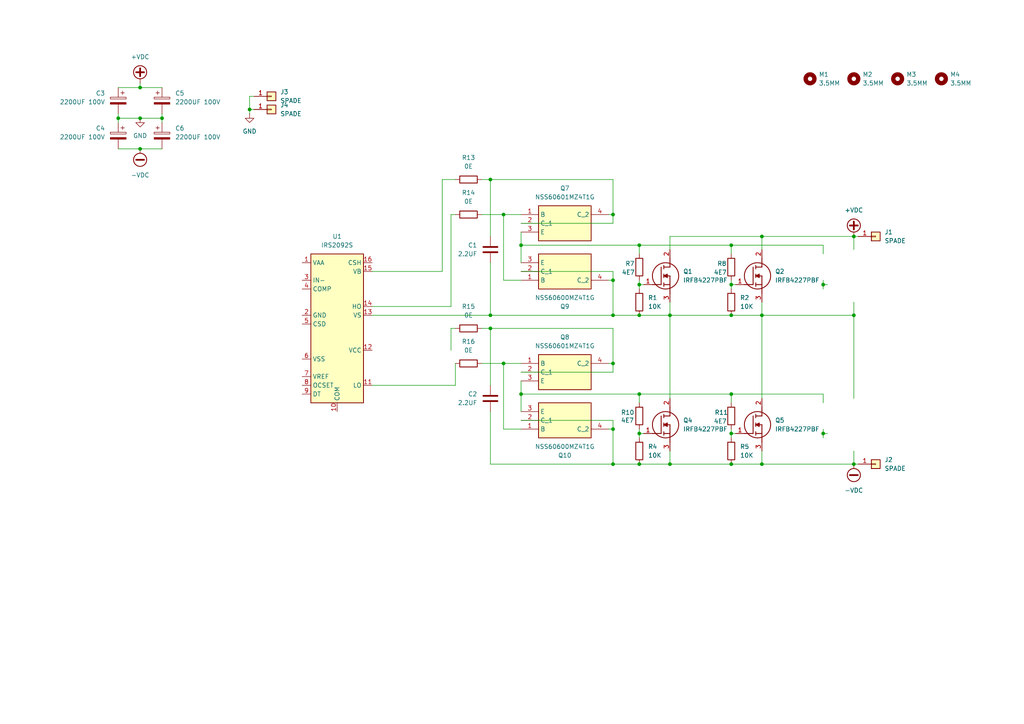
<source format=kicad_sch>
(kicad_sch (version 20250114) (generator "eeschema") (generator_version "9.0")
  (paper "A4")
  (lib_symbols
    (symbol "Amplifier_Audio:IRS2092S"
      (property "Reference" "U" (at 0 26.035 0))
      (property "Value" "IRS2092S" (at 0 24.13 0))
      (symbol "IRS2092S_0_1"
        (rectangle (start -7.62 -20.32) (end 7.62 22.86) (stroke (width 0.254)) (fill (type background)))
      )
      (symbol "IRS2092S_1_1"
        (pin power_in line (at -10.16 20.32 0) (length 2.54) (name "VAA") (number "1"))
        (pin input line (at -10.16 15.24 0) (length 2.54) (name "IN-") (number "3"))
        (pin output line (at -10.16 12.7 0) (length 2.54) (name "COMP") (number "4"))
        (pin power_in line (at -10.16 5.08 0) (length 2.54) (name "GND") (number "2"))
        (pin passive line (at -10.16 2.54 0) (length 2.54) (name "CSD") (number "5"))
        (pin power_in line (at -10.16 -7.62 0) (length 2.54) (name "VSS") (number "6"))
        (pin power_out line (at -10.16 -12.7 0) (length 2.54) (name "VREF") (number "7"))
        (pin passive line (at -10.16 -15.24 0) (length 2.54) (name "OCSET") (number "8"))
        (pin passive line (at -10.16 -17.78 0) (length 2.54) (name "DT") (number "9"))
        (pin power_in line (at 0 -22.86 90) (length 2.54) (name "COM") (number "10"))
        (pin passive line (at 10.16 20.32 180) (length 2.54) (name "CSH") (number "16"))
        (pin power_in line (at 10.16 17.78 180) (length 2.54) (name "VB") (number "15"))
        (pin output line (at 10.16 7.62 180) (length 2.54) (name "HO") (number "14"))
        (pin passive line (at 10.16 5.08 180) (length 2.54) (name "VS") (number "13"))
        (pin power_in line (at 10.16 -5.08 180) (length 2.54) (name "VCC") (number "12"))
        (pin output line (at 10.16 -15.24 180) (length 2.54) (name "LO") (number "11"))
      )
    )
    (symbol "Connector_Generic:Conn_01x01" (pin_names (offset 1.016) (hide yes))
      (property "Reference" "J" (at 0 2.54 0))
      (property "Value" "Conn_01x01" (at 0 -2.54 0))
      (symbol "Conn_01x01_1_1"
        (rectangle (start -1.27 1.27) (end 1.27 -1.27) (stroke (width 0.254)) (fill (type background)))
        (rectangle (start -1.27 0.127) (end 0 -0.127) (stroke (width 0.1524)))
        (pin passive line (at -5.08 0 0) (length 3.81) (name "Pin_1") (number "1"))
      )
    )
    (symbol "Device:C" (pin_numbers (hide yes)) (pin_names (offset 0.254))
      (property "Reference" "C" (at 0.635 2.54 0))
      (property "Value" "C" (at 0.635 -2.54 0))
      (symbol "C_0_1"
        (polyline (pts (xy -2.032 0.762) (xy 2.032 0.762)) (stroke (width 0.508)))
        (polyline (pts (xy -2.032 -0.762) (xy 2.032 -0.762)) (stroke (width 0.508)))
      )
      (symbol "C_1_1"
        (pin passive line (at 0 3.81 270) (length 2.794) (name "~") (number "1"))
        (pin passive line (at 0 -3.81 90) (length 2.794) (name "~") (number "2"))
      )
    )
    (symbol "Device:C_Polarized" (pin_numbers (hide yes)) (pin_names (offset 0.254))
      (property "Reference" "C" (at 0.635 2.54 0))
      (property "Value" "C_Polarized" (at 0.635 -2.54 0))
      (symbol "C_Polarized_0_1"
        (rectangle (start -2.286 0.508) (end 2.286 1.016))
        (polyline (pts (xy -1.778 2.286) (xy -0.762 2.286)))
        (polyline (pts (xy -1.27 2.794) (xy -1.27 1.778)))
        (rectangle (start 2.286 -0.508) (end -2.286 -1.016) (fill (type outline)))
      )
      (symbol "C_Polarized_1_1"
        (pin passive line (at 0 3.81 270) (length 2.794) (name "~") (number "1"))
        (pin passive line (at 0 -3.81 90) (length 2.794) (name "~") (number "2"))
      )
    )
    (symbol "Device:R" (pin_numbers (hide yes)) (pin_names (offset 0))
      (property "Reference" "R" (at 2.032 0 90))
      (property "Value" "R" (at 0 0 90))
      (symbol "R_0_1"
        (rectangle (start -1.016 -2.54) (end 1.016 2.54) (stroke (width 0.254)))
      )
      (symbol "R_1_1"
        (pin passive line (at 0 3.81 270) (length 1.27) (name "~") (number "1"))
        (pin passive line (at 0 -3.81 90) (length 1.27) (name "~") (number "2"))
      )
    )
    (symbol "Mechanical:MountingHole" (pin_names (offset 1.016)) (in_bom no)
      (property "Reference" "H" (at 0 5.08 0))
      (property "Value" "MountingHole" (at 0 3.175 0))
      (symbol "MountingHole_0_1"
        (circle (center 0 0) (radius 1.27) (stroke (width 1.27)))
      )
    )
    (symbol "RUPESH:IRFB4227PBF" (pin_names (hide yes))
      (property "Reference" "Q" (at 11.43 3.81 0))
      (property "Value" "IRFB4227PBF" (at 11.43 1.27 0))
      (symbol "IRFB4227PBF_1_1"
        (polyline (pts (xy 2.54 0) (xy 5.08 0)) (stroke (width 0.254)))
        (polyline (pts (xy 5.08 5.08) (xy 5.08 0)) (stroke (width 0.254)))
        (polyline (pts (xy 5.842 5.588) (xy 5.842 4.572)) (stroke (width 0.254)))
        (polyline (pts (xy 5.842 2.54) (xy 6.858 3.048) (xy 6.858 2.032) (xy 5.842 2.54)) (stroke (width 0.254)) (fill (type outline)))
        (polyline (pts (xy 5.842 2.032) (xy 5.842 3.048)) (stroke (width 0.254)))
        (polyline (pts (xy 5.842 0) (xy 7.62 0)) (stroke (width 0.254)))
        (polyline (pts (xy 5.842 -0.508) (xy 5.842 0.508)) (stroke (width 0.254)))
        (circle (center 6.35 2.54) (radius 3.81) (stroke (width 0.254)))
        (polyline (pts (xy 7.62 5.08) (xy 5.842 5.08)) (stroke (width 0.254)))
        (polyline (pts (xy 7.62 5.08) (xy 7.62 7.62)) (stroke (width 0.254)))
        (polyline (pts (xy 7.62 2.54) (xy 5.842 2.54)) (stroke (width 0.254)))
        (polyline (pts (xy 7.62 2.54) (xy 7.62 -2.54)) (stroke (width 0.254)))
        (pin passive line (at 0 0 0) (length 2.54) (name "G") (number "1"))
        (pin passive line (at 7.62 10.16 270) (length 2.54) (name "D") (number "2"))
        (pin passive line (at 7.62 -5.08 90) (length 2.54) (name "S") (number "3"))
      )
    )
    (symbol "RUPESH:NSS60600MZ4T1G"
      (property "Reference" "Q" (at 21.59 7.62 0))
      (property "Value" "NSS60600MZ4T1G" (at 21.59 5.08 0))
      (symbol "NSS60600MZ4T1G_1_1"
        (rectangle (start 5.08 2.54) (end 20.32 -7.62) (stroke (width 0.254)) (fill (type background)))
        (pin passive line (at 0 0 0) (length 5.08) (name "B") (number "1"))
        (pin passive line (at 0 -2.54 0) (length 5.08) (name "C_1") (number "2"))
        (pin passive line (at 0 -5.08 0) (length 5.08) (name "E") (number "3"))
        (pin passive line (at 25.4 0 180) (length 5.08) (name "C_2") (number "4"))
      )
    )
    (symbol "RUPESH:NSS60601MZ4T1G"
      (property "Reference" "Q" (at 21.59 7.62 0))
      (property "Value" "NSS60601MZ4T1G" (at 21.59 5.08 0))
      (symbol "NSS60601MZ4T1G_1_1"
        (rectangle (start 5.08 2.54) (end 20.32 -7.62) (stroke (width 0.254)) (fill (type background)))
        (pin passive line (at 0 0 0) (length 5.08) (name "B") (number "1"))
        (pin passive line (at 0 -2.54 0) (length 5.08) (name "C_1") (number "2"))
        (pin passive line (at 0 -5.08 0) (length 5.08) (name "E") (number "3"))
        (pin passive line (at 25.4 0 180) (length 5.08) (name "C_2") (number "4"))
      )
    )
    (symbol "power:+VDC" (power) (pin_numbers (hide yes)) (pin_names (offset 0) (hide yes))
      (property "Value" "+VDC" (at 0 6.35 0))
      (symbol "+VDC_0_1"
        (polyline (pts (xy -1.143 3.175) (xy 1.143 3.175)) (stroke (width 0.508)))
        (circle (center 0 3.175) (radius 1.905) (stroke (width 0.254)))
        (polyline (pts (xy 0 2.032) (xy 0 4.318)) (stroke (width 0.508)))
        (polyline (pts (xy 0 0) (xy 0 1.27)))
      )
      (symbol "+VDC_1_1"
        (pin power_in line (at 0 0 90) (length 0) (name "~") (number "1"))
      )
    )
    (symbol "power:-VDC" (power) (pin_numbers (hide yes)) (pin_names (offset 0) (hide yes))
      (property "Value" "-VDC" (at 0 6.35 0))
      (symbol "-VDC_0_1"
        (polyline (pts (xy -1.143 3.175) (xy 1.143 3.175)) (stroke (width 0.508)))
        (circle (center 0 3.175) (radius 1.905) (stroke (width 0.254)))
        (polyline (pts (xy 0 0) (xy 0 1.27)))
      )
      (symbol "-VDC_1_1"
        (pin power_in line (at 0 0 90) (length 0) (name "~") (number "1"))
      )
    )
    (symbol "power:GND" (power) (pin_numbers (hide yes)) (pin_names (offset 0) (hide yes))
      (property "Value" "GND" (at 0 -3.81 0))
      (symbol "GND_0_1"
        (polyline (pts (xy 0 0) (xy 0 -1.27) (xy 1.27 -1.27) (xy 0 -2.54) (xy -1.27 -1.27) (xy 0 -1.27)))
      )
      (symbol "GND_1_1"
        (pin power_in line (at 0 0 270) (length 0) (name "~") (number "1"))
      )
    )
  )
  (junction (at 220.98 68.58))
  (junction (at 142.24 91.44))
  (junction (at 151.13 114.3))
  (junction (at 185.42 134.62))
  (junction (at 212.09 91.44))
  (junction (at 247.65 91.44))
  (junction (at 46.99 34.29))
  (junction (at 146.05 105.41))
  (junction (at 177.8 91.44))
  (junction (at 212.09 71.12))
  (junction (at 34.29 34.29))
  (junction (at 40.64 43.18))
  (junction (at 212.09 134.62))
  (junction (at 142.24 95.25))
  (junction (at 247.65 68.58))
  (junction (at 177.8 134.62))
  (junction (at 247.65 134.62))
  (junction (at 177.8 62.23))
  (junction (at 185.42 125.73))
  (junction (at 194.31 91.44))
  (junction (at 185.42 82.55))
  (junction (at 151.13 71.12))
  (junction (at 185.42 71.12))
  (junction (at 146.05 62.23))
  (junction (at 177.8 105.41))
  (junction (at 194.31 134.62))
  (junction (at 177.8 81.28))
  (junction (at 185.42 91.44))
  (junction (at 238.76 82.55))
  (junction (at 72.39 31.75))
  (junction (at 238.76 125.73))
  (junction (at 212.09 125.73))
  (junction (at 220.98 134.62))
  (junction (at 177.8 124.46))
  (junction (at 185.42 114.3))
  (junction (at 212.09 82.55))
  (junction (at 40.64 34.29))
  (junction (at 40.64 25.4))
  (junction (at 220.98 91.44))
  (junction (at 212.09 114.3))
  (junction (at 142.24 52.07))
  (wire (pts (xy 185.42 73.66) (xy 185.42 71.12)))
  (wire (pts (xy 247.65 91.44) (xy 247.65 87.63)))
  (wire (pts (xy 34.29 25.4) (xy 40.64 25.4)))
  (wire (pts (xy 130.81 95.25) (xy 132.08 95.25)))
  (wire (pts (xy 185.42 134.62) (xy 194.31 134.62)))
  (wire (pts (xy 177.8 78.74) (xy 177.8 81.28)))
  (wire (pts (xy 220.98 134.62) (xy 247.65 134.62)))
  (wire (pts (xy 142.24 119.38) (xy 142.24 134.62)))
  (wire (pts (xy 72.39 31.75) (xy 73.66 31.75)))
  (wire (pts (xy 40.64 25.4) (xy 46.99 25.4)))
  (wire (pts (xy 151.13 71.12) (xy 185.42 71.12)))
  (wire (pts (xy 107.95 88.9) (xy 130.81 88.9)))
  (wire (pts (xy 142.24 52.07) (xy 177.8 52.07)))
  (wire (pts (xy 194.31 91.44) (xy 194.31 115.57)))
  (wire (pts (xy 220.98 68.58) (xy 220.98 72.39)))
  (wire (pts (xy 151.13 107.95) (xy 177.8 107.95)))
  (wire (pts (xy 40.64 24.13) (xy 40.64 25.4)))
  (wire (pts (xy 185.42 127) (xy 185.42 125.73)))
  (wire (pts (xy 238.76 81.28) (xy 238.76 82.55)))
  (wire (pts (xy 107.95 91.44) (xy 142.24 91.44)))
  (wire (pts (xy 185.42 82.55) (xy 186.69 82.55)))
  (wire (pts (xy 238.76 114.3) (xy 238.76 116.84)))
  (wire (pts (xy 194.31 91.44) (xy 194.31 87.63)))
  (wire (pts (xy 142.24 111.76) (xy 142.24 95.25)))
  (wire (pts (xy 151.13 114.3) (xy 185.42 114.3)))
  (wire (pts (xy 185.42 83.82) (xy 185.42 82.55)))
  (wire (pts (xy 185.42 71.12) (xy 212.09 71.12)))
  (wire (pts (xy 72.39 33.02) (xy 72.39 31.75)))
  (wire (pts (xy 46.99 33.02) (xy 46.99 34.29)))
  (wire (pts (xy 177.8 124.46) (xy 176.53 124.46)))
  (wire (pts (xy 212.09 114.3) (xy 212.09 116.84)))
  (wire (pts (xy 151.13 71.12) (xy 151.13 76.2)))
  (wire (pts (xy 132.08 111.76) (xy 132.08 105.41)))
  (wire (pts (xy 212.09 134.62) (xy 220.98 134.62)))
  (wire (pts (xy 139.7 62.23) (xy 146.05 62.23)))
  (wire (pts (xy 185.42 125.73) (xy 186.69 125.73)))
  (wire (pts (xy 177.8 134.62) (xy 185.42 134.62)))
  (wire (pts (xy 139.7 95.25) (xy 142.24 95.25)))
  (wire (pts (xy 142.24 91.44) (xy 177.8 91.44)))
  (wire (pts (xy 146.05 124.46) (xy 151.13 124.46)))
  (wire (pts (xy 212.09 125.73) (xy 213.36 125.73)))
  (wire (pts (xy 142.24 68.58) (xy 142.24 52.07)))
  (wire (pts (xy 212.09 91.44) (xy 220.98 91.44)))
  (wire (pts (xy 212.09 114.3) (xy 238.76 114.3)))
  (wire (pts (xy 185.42 81.28) (xy 185.42 82.55)))
  (wire (pts (xy 177.8 91.44) (xy 177.8 81.28)))
  (wire (pts (xy 107.95 111.76) (xy 132.08 111.76)))
  (wire (pts (xy 142.24 95.25) (xy 177.8 95.25)))
  (wire (pts (xy 130.81 62.23) (xy 132.08 62.23)))
  (wire (pts (xy 151.13 81.28) (xy 146.05 81.28)))
  (wire (pts (xy 220.98 91.44) (xy 220.98 115.57)))
  (wire (pts (xy 238.76 127) (xy 238.76 125.73)))
  (wire (pts (xy 194.31 134.62) (xy 212.09 134.62)))
  (wire (pts (xy 247.65 91.44) (xy 247.65 115.57)))
  (wire (pts (xy 238.76 71.12) (xy 238.76 73.66)))
  (wire (pts (xy 151.13 121.92) (xy 177.8 121.92)))
  (wire (pts (xy 139.7 52.07) (xy 142.24 52.07)))
  (wire (pts (xy 177.8 52.07) (xy 177.8 62.23)))
  (wire (pts (xy 146.05 81.28) (xy 146.05 62.23)))
  (wire (pts (xy 40.64 34.29) (xy 46.99 34.29)))
  (wire (pts (xy 128.27 52.07) (xy 132.08 52.07)))
  (wire (pts (xy 220.98 68.58) (xy 247.65 68.58)))
  (wire (pts (xy 185.42 114.3) (xy 212.09 114.3)))
  (wire (pts (xy 238.76 82.55) (xy 240.03 82.55)))
  (wire (pts (xy 177.8 81.28) (xy 176.53 81.28)))
  (wire (pts (xy 151.13 78.74) (xy 177.8 78.74)))
  (wire (pts (xy 177.8 107.95) (xy 177.8 105.41)))
  (wire (pts (xy 212.09 124.46) (xy 212.09 125.73)))
  (wire (pts (xy 238.76 83.82) (xy 238.76 82.55)))
  (wire (pts (xy 194.31 130.81) (xy 194.31 134.62)))
  (wire (pts (xy 151.13 67.31) (xy 151.13 71.12)))
  (wire (pts (xy 151.13 105.41) (xy 146.05 105.41)))
  (wire (pts (xy 177.8 91.44) (xy 185.42 91.44)))
  (wire (pts (xy 107.95 78.74) (xy 128.27 78.74)))
  (wire (pts (xy 34.29 34.29) (xy 40.64 34.29)))
  (wire (pts (xy 72.39 27.94) (xy 72.39 31.75)))
  (wire (pts (xy 34.29 34.29) (xy 34.29 35.56)))
  (wire (pts (xy 220.98 91.44) (xy 220.98 87.63)))
  (wire (pts (xy 142.24 134.62) (xy 177.8 134.62)))
  (wire (pts (xy 177.8 134.62) (xy 177.8 124.46)))
  (wire (pts (xy 151.13 110.49) (xy 151.13 114.3)))
  (wire (pts (xy 248.92 134.62) (xy 247.65 134.62)))
  (wire (pts (xy 185.42 124.46) (xy 185.42 125.73)))
  (wire (pts (xy 212.09 82.55) (xy 213.36 82.55)))
  (wire (pts (xy 177.8 62.23) (xy 176.53 62.23)))
  (wire (pts (xy 194.31 91.44) (xy 212.09 91.44)))
  (wire (pts (xy 146.05 62.23) (xy 151.13 62.23)))
  (wire (pts (xy 34.29 43.18) (xy 40.64 43.18)))
  (wire (pts (xy 212.09 71.12) (xy 212.09 73.66)))
  (wire (pts (xy 151.13 64.77) (xy 177.8 64.77)))
  (wire (pts (xy 220.98 91.44) (xy 247.65 91.44)))
  (wire (pts (xy 212.09 81.28) (xy 212.09 82.55)))
  (wire (pts (xy 185.42 91.44) (xy 194.31 91.44)))
  (wire (pts (xy 46.99 34.29) (xy 46.99 35.56)))
  (wire (pts (xy 146.05 105.41) (xy 146.05 124.46)))
  (wire (pts (xy 238.76 124.46) (xy 238.76 125.73)))
  (wire (pts (xy 220.98 130.81) (xy 220.98 134.62)))
  (wire (pts (xy 34.29 33.02) (xy 34.29 34.29)))
  (wire (pts (xy 212.09 127) (xy 212.09 125.73)))
  (wire (pts (xy 238.76 125.73) (xy 240.03 125.73)))
  (wire (pts (xy 73.66 27.94) (xy 72.39 27.94)))
  (wire (pts (xy 247.65 130.81) (xy 247.65 134.62)))
  (wire (pts (xy 212.09 71.12) (xy 238.76 71.12)))
  (wire (pts (xy 151.13 114.3) (xy 151.13 119.38)))
  (wire (pts (xy 185.42 114.3) (xy 185.42 116.84)))
  (wire (pts (xy 248.92 68.58) (xy 247.65 68.58)))
  (wire (pts (xy 130.81 101.6) (xy 130.81 95.25)))
  (wire (pts (xy 40.64 43.18) (xy 46.99 43.18)))
  (wire (pts (xy 194.31 68.58) (xy 220.98 68.58)))
  (wire (pts (xy 142.24 76.2) (xy 142.24 91.44)))
  (wire (pts (xy 177.8 105.41) (xy 176.53 105.41)))
  (wire (pts (xy 194.31 72.39) (xy 194.31 68.58)))
  (wire (pts (xy 130.81 88.9) (xy 130.81 62.23)))
  (wire (pts (xy 139.7 105.41) (xy 146.05 105.41)))
  (wire (pts (xy 212.09 83.82) (xy 212.09 82.55)))
  (wire (pts (xy 247.65 68.58) (xy 247.65 72.39)))
  (wire (pts (xy 177.8 121.92) (xy 177.8 124.46)))
  (wire (pts (xy 177.8 95.25) (xy 177.8 105.41)))
  (wire (pts (xy 128.27 78.74) (xy 128.27 52.07)))
  (wire (pts (xy 177.8 64.77) (xy 177.8 62.23)))
  (symbol (lib_id "power:-VDC") (at 247.65 134.62 180) (unit 1)
    (property "Reference" "#PWR02" (effects (hide yes)))
    (property "Value" "-VDC" (at 247.65 142.24 0))
    (property "Description" "Power symbol creates a global label with name \"-VDC\"" (effects (hide yes)))
  )
  (symbol (lib_id "Device:R") (at 185.42 130.81 0) (unit 1)
    (property "Reference" "R4" (at 187.96 129.5399 0) (effects (justify left)))
    (property "Value" "10K" (at 187.96 132.0799 0) (effects (justify left)))
    (property "Footprint" "Resistor_SMD:R_1206_3216Metric_Pad1.30x1.75mm_HandSolder" (effects (hide yes)))
    (property "Description" "Resistor" (effects (hide yes)))
  )
  (symbol (lib_id "Device:R") (at 135.89 52.07 90) (unit 1)
    (property "Reference" "R13" (at 135.89 45.72 90))
    (property "Value" "0E" (at 135.89 48.26 90))
    (property "Footprint" "Resistor_SMD:R_1206_3216Metric_Pad1.30x1.75mm_HandSolder" (effects (hide yes)))
    (property "Description" "Resistor" (effects (hide yes)))
  )
  (symbol (lib_id "Device:C") (at 142.24 115.57 0) (mirror y) (unit 1)
    (property "Reference" "C2" (at 138.43 114.2999 0) (effects (justify left)))
    (property "Value" "2.2UF" (at 138.43 116.8399 0) (effects (justify left)))
    (property "Footprint" "Capacitor_SMD:C_1206_3216Metric_Pad1.33x1.80mm_HandSolder" (effects (hide yes)))
    (property "Description" "Unpolarized capacitor" (effects (hide yes)))
  )
  (symbol (lib_id "RUPESH:IRFB4227PBF") (at 213.36 125.73 0) (unit 1)
    (property "Reference" "Q5" (at 224.79 121.9199 0) (effects (justify left)))
    (property "Value" "IRFB4227PBF" (at 224.79 124.4599 0) (effects (justify left)))
    (property "Footprint" "Package_TO_SOT_THT:TO-220-3_Horizontal_TabUp" (effects (hide yes)))
    (property "Datasheet" "https://www.infineon.com/dgdl/irfb4227pbf.pdf?fileId=5546d462533600a401535615eb531e1f" (effects (hide yes)))
    (property "Description" "Infineon IRFB4227PBF N-channel MOSFET, 65 A, 200 V HEXFET, 3-Pin TO-220AB" (effects (hide yes)))
    (property "Height" "4.82" (effects (hide yes)))
    (property "Manufacturer_Name" "Infineon" (effects (hide yes)))
    (property "Manufacturer_Part_Number" "IRFB4227PBF" (effects (hide yes)))
    (property "Mouser Part Number" "942-IRFB4227PBF" (effects (hide yes)))
    (property "Mouser Price/Stock" "https://www.mouser.co.uk/ProductDetail/Infineon-Technologies/IRFB4227PBF?qs=9%252BKlkBgLFf3ci9ilo7avJg%3D%3D" (effects (hide yes)))
    (property "Arrow Part Number" "IRFB4227PBF" (effects (hide yes)))
    (property "Arrow Price/Stock" "https://www.arrow.com/en/products/irfb4227pbf/infineon-technologies-ag?utm_currency=USD&region=europe" (effects (hide yes)))
  )
  (symbol (lib_id "Connector_Generic:Conn_01x01") (at 254 68.58 0) (unit 1)
    (property "Reference" "J1" (at 256.54 67.3099 0) (effects (justify left)))
    (property "Value" "SPADE" (at 256.54 69.8499 0) (effects (justify left)))
    (property "Footprint" "PCB:TE_62409-1" (effects (hide yes)))
    (property "Description" "Generic connector, single row, 01x01, script generated (kicad-library-utils/schlib/autogen/connector/)" (effects (hide yes)))
  )
  (symbol (lib_id "Device:R") (at 185.42 120.65 0) (unit 1)
    (property "Reference" "R10" (at 180.086 119.634 0) (effects (justify left)))
    (property "Value" "4E7" (at 180.086 121.92 0) (effects (justify left)))
    (property "Footprint" "Resistor_SMD:R_1206_3216Metric_Pad1.30x1.75mm_HandSolder" (effects (hide yes)))
    (property "Description" "Resistor" (effects (hide yes)))
  )
  (symbol (lib_id "Device:C") (at 142.24 72.39 0) (mirror y) (unit 1)
    (property "Reference" "C1" (at 138.43 71.1199 0) (effects (justify left)))
    (property "Value" "2.2UF" (at 138.43 73.6599 0) (effects (justify left)))
    (property "Footprint" "Capacitor_SMD:C_1206_3216Metric_Pad1.33x1.80mm_HandSolder" (effects (hide yes)))
    (property "Description" "Unpolarized capacitor" (effects (hide yes)))
  )
  (symbol (lib_id "RUPESH:IRFB4227PBF") (at 186.69 82.55 0) (unit 1)
    (property "Reference" "Q1" (at 198.12 78.7399 0) (effects (justify left)))
    (property "Value" "IRFB4227PBF" (at 198.12 81.2799 0) (effects (justify left)))
    (property "Footprint" "Package_TO_SOT_THT:TO-220-3_Horizontal_TabUp" (effects (hide yes)))
    (property "Datasheet" "https://www.infineon.com/dgdl/irfb4227pbf.pdf?fileId=5546d462533600a401535615eb531e1f" (effects (hide yes)))
    (property "Description" "Infineon IRFB4227PBF N-channel MOSFET, 65 A, 200 V HEXFET, 3-Pin TO-220AB" (effects (hide yes)))
    (property "Height" "4.82" (effects (hide yes)))
    (property "Manufacturer_Name" "Infineon" (effects (hide yes)))
    (property "Manufacturer_Part_Number" "IRFB4227PBF" (effects (hide yes)))
    (property "Mouser Part Number" "942-IRFB4227PBF" (effects (hide yes)))
    (property "Mouser Price/Stock" "https://www.mouser.co.uk/ProductDetail/Infineon-Technologies/IRFB4227PBF?qs=9%252BKlkBgLFf3ci9ilo7avJg%3D%3D" (effects (hide yes)))
    (property "Arrow Part Number" "IRFB4227PBF" (effects (hide yes)))
    (property "Arrow Price/Stock" "https://www.arrow.com/en/products/irfb4227pbf/infineon-technologies-ag?utm_currency=USD&region=europe" (effects (hide yes)))
  )
  (symbol (lib_id "Mechanical:MountingHole") (at 234.95 22.86 0) (unit 1) (in_bom no)
    (property "Reference" "M1" (at 237.49 21.5899 0) (effects (justify left)))
    (property "Value" "3.5MM" (at 237.49 24.1299 0) (effects (justify left)))
    (property "Footprint" "MountingHole:MountingHole_3.5mm_Pad_Via" (effects (hide yes)))
    (property "Description" "Mounting Hole without connection" (effects (hide yes)))
  )
  (symbol (lib_id "RUPESH:IRFB4227PBF") (at 213.36 82.55 0) (unit 1)
    (property "Reference" "Q2" (at 224.79 78.7399 0) (effects (justify left)))
    (property "Value" "IRFB4227PBF" (at 224.79 81.2799 0) (effects (justify left)))
    (property "Footprint" "Package_TO_SOT_THT:TO-220-3_Horizontal_TabUp" (effects (hide yes)))
    (property "Datasheet" "https://www.infineon.com/dgdl/irfb4227pbf.pdf?fileId=5546d462533600a401535615eb531e1f" (effects (hide yes)))
    (property "Description" "Infineon IRFB4227PBF N-channel MOSFET, 65 A, 200 V HEXFET, 3-Pin TO-220AB" (effects (hide yes)))
    (property "Height" "4.82" (effects (hide yes)))
    (property "Manufacturer_Name" "Infineon" (effects (hide yes)))
    (property "Manufacturer_Part_Number" "IRFB4227PBF" (effects (hide yes)))
    (property "Mouser Part Number" "942-IRFB4227PBF" (effects (hide yes)))
    (property "Mouser Price/Stock" "https://www.mouser.co.uk/ProductDetail/Infineon-Technologies/IRFB4227PBF?qs=9%252BKlkBgLFf3ci9ilo7avJg%3D%3D" (effects (hide yes)))
    (property "Arrow Part Number" "IRFB4227PBF" (effects (hide yes)))
    (property "Arrow Price/Stock" "https://www.arrow.com/en/products/irfb4227pbf/infineon-technologies-ag?utm_currency=USD&region=europe" (effects (hide yes)))
  )
  (symbol (lib_id "Device:R") (at 135.89 95.25 90) (unit 1)
    (property "Reference" "R15" (at 135.89 88.9 90))
    (property "Value" "0E" (at 135.89 91.44 90))
    (property "Footprint" "Resistor_SMD:R_1206_3216Metric_Pad1.30x1.75mm_HandSolder" (effects (hide yes)))
    (property "Description" "Resistor" (effects (hide yes)))
  )
  (symbol (lib_id "Device:R") (at 212.09 77.47 0) (unit 1)
    (property "Reference" "R8" (at 208.026 76.454 0) (effects (justify left)))
    (property "Value" "4E7" (at 207.01 78.994 0) (effects (justify left)))
    (property "Footprint" "Resistor_SMD:R_1206_3216Metric_Pad1.30x1.75mm_HandSolder" (effects (hide yes)))
    (property "Description" "Resistor" (effects (hide yes)))
  )
  (symbol (lib_id "Device:C_Polarized") (at 34.29 29.21 0) (mirror y) (unit 1)
    (property "Reference" "C3" (at 30.48 27.0509 0) (effects (justify left)))
    (property "Value" "2200UF 100V" (at 30.48 29.5909 0) (effects (justify left)))
    (property "Footprint" "Capacitor_THT:CP_Radial_D30.0mm_P10.00mm_SnapIn" (effects (hide yes)))
    (property "Description" "Polarized capacitor" (effects (hide yes)))
  )
  (symbol (lib_id "power:GND") (at 40.64 34.29 0) (unit 1)
    (property "Reference" "#PWR05" (effects (hide yes)))
    (property "Value" "GND" (at 40.64 39.37 0))
    (property "Description" "Power symbol creates a global label with name \"GND\" , ground" (effects (hide yes)))
  )
  (symbol (lib_id "Device:C_Polarized") (at 34.29 39.37 0) (mirror y) (unit 1)
    (property "Reference" "C4" (at 30.48 37.2109 0) (effects (justify left)))
    (property "Value" "2200UF 100V" (at 30.48 39.7509 0) (effects (justify left)))
    (property "Footprint" "Capacitor_THT:CP_Radial_D30.0mm_P10.00mm_SnapIn" (effects (hide yes)))
    (property "Description" "Polarized capacitor" (effects (hide yes)))
  )
  (symbol (lib_id "Device:R") (at 135.89 105.41 90) (unit 1)
    (property "Reference" "R16" (at 135.89 99.06 90))
    (property "Value" "0E" (at 135.89 101.6 90))
    (property "Footprint" "Resistor_SMD:R_1206_3216Metric_Pad1.30x1.75mm_HandSolder" (effects (hide yes)))
    (property "Description" "Resistor" (effects (hide yes)))
  )
  (symbol (lib_id "Mechanical:MountingHole") (at 260.35 22.86 0) (unit 1) (in_bom no)
    (property "Reference" "M3" (at 262.89 21.5899 0) (effects (justify left)))
    (property "Value" "3.5MM" (at 262.89 24.1299 0) (effects (justify left)))
    (property "Footprint" "MountingHole:MountingHole_3.5mm_Pad_Via" (effects (hide yes)))
    (property "Description" "Mounting Hole without connection" (effects (hide yes)))
  )
  (symbol (lib_id "Device:R") (at 135.89 62.23 270) (mirror x) (unit 1)
    (property "Reference" "R14" (at 135.89 55.88 90))
    (property "Value" "0E" (at 135.89 58.42 90))
    (property "Footprint" "Resistor_SMD:R_1206_3216Metric_Pad1.30x1.75mm_HandSolder" (effects (hide yes)))
    (property "Description" "Resistor" (effects (hide yes)))
  )
  (symbol (lib_id "Mechanical:MountingHole") (at 273.05 22.86 0) (unit 1) (in_bom no)
    (property "Reference" "M4" (at 275.59 21.5899 0) (effects (justify left)))
    (property "Value" "3.5MM" (at 275.59 24.1299 0) (effects (justify left)))
    (property "Footprint" "MountingHole:MountingHole_3.5mm_Pad_Via" (effects (hide yes)))
    (property "Description" "Mounting Hole without connection" (effects (hide yes)))
  )
  (symbol (lib_id "Amplifier_Audio:IRS2092S") (at 97.79 96.52 0) (unit 1)
    (property "Reference" "U1" (at 97.79 68.58 0))
    (property "Value" "IRS2092S" (at 97.79 71.12 0))
    (property "Footprint" "Package_SO:SOIC-16_3.9x9.9mm_P1.27mm" (effects (hide yes)))
    (property "Datasheet" "http://www.infineon.com/dgdl/irs2092.pdf?fileId=5546d462533600a401535675f1be2790" (effects (hide yes)))
    (property "Description" "Protected Digital Audio Amplifier, PWM Modulator, ±100V, 1.0/1.2A, SOIC-16" (effects (hide yes)))
  )
  (symbol (lib_id "Device:R") (at 212.09 130.81 0) (unit 1)
    (property "Reference" "R5" (at 214.63 129.5399 0) (effects (justify left)))
    (property "Value" "10K" (at 214.63 132.0799 0) (effects (justify left)))
    (property "Footprint" "Resistor_SMD:R_1206_3216Metric_Pad1.30x1.75mm_HandSolder" (effects (hide yes)))
    (property "Description" "Resistor" (effects (hide yes)))
  )
  (symbol (lib_id "power:-VDC") (at 40.64 43.18 180) (unit 1)
    (property "Reference" "#PWR04" (effects (hide yes)))
    (property "Value" "-VDC" (at 40.64 50.8 0))
    (property "Description" "Power symbol creates a global label with name \"-VDC\"" (effects (hide yes)))
  )
  (symbol (lib_id "Device:C_Polarized") (at 46.99 29.21 0) (unit 1)
    (property "Reference" "C5" (at 50.8 27.0509 0) (effects (justify left)))
    (property "Value" "2200UF 100V" (at 50.8 29.5909 0) (effects (justify left)))
    (property "Footprint" "Capacitor_THT:CP_Radial_D30.0mm_P10.00mm_SnapIn" (effects (hide yes)))
    (property "Description" "Polarized capacitor" (effects (hide yes)))
  )
  (symbol (lib_id "Device:C_Polarized") (at 46.99 39.37 0) (unit 1)
    (property "Reference" "C6" (at 50.8 37.2109 0) (effects (justify left)))
    (property "Value" "2200UF 100V" (at 50.8 39.7509 0) (effects (justify left)))
    (property "Footprint" "Capacitor_THT:CP_Radial_D30.0mm_P10.00mm_SnapIn" (effects (hide yes)))
    (property "Description" "Polarized capacitor" (effects (hide yes)))
  )
  (symbol (lib_id "power:GND") (at 72.39 33.02 0) (unit 1)
    (property "Reference" "#PWR06" (effects (hide yes)))
    (property "Value" "GND" (at 72.39 38.1 0))
    (property "Description" "Power symbol creates a global label with name \"GND\" , ground" (effects (hide yes)))
  )
  (symbol (lib_id "RUPESH:NSS60600MZ4T1G") (at 151.13 124.46 0) (mirror x) (unit 1)
    (property "Reference" "Q10" (at 163.83 132.08 0))
    (property "Value" "NSS60600MZ4T1G" (at 163.83 129.54 0))
    (property "Footprint" "SOT230P700X175-4N" (effects (hide yes)))
    (property "Datasheet" "https://www.onsemi.com/pub/Collateral/NSS60600MZ4-D.PDF" (effects (hide yes)))
    (property "Description" "Low Collector-Emitter Saturation Voltage; High DC Current Gain; High Current-Gain Bandwidth Product; Superior gain linearity; NSV Prefix for Automotive and Other Applications Requiring Unique Site and Control Change Requirements; AECQ101 Qualified and PPAP Capable; These Devices are PbFree, Halogen Free/BFR Free and are RoHS Compliant" (effects (hide yes)))
    (property "Height" "1.75" (effects (hide yes)))
    (property "Manufacturer_Name" "onsemi" (effects (hide yes)))
    (property "Manufacturer_Part_Number" "NSS60600MZ4T1G" (effects (hide yes)))
    (property "Mouser Part Number" "863-NSS60600MZ4T1G" (effects (hide yes)))
    (property "Mouser Price/Stock" "https://www.mouser.co.uk/ProductDetail/ON-Semiconductor/NSS60600MZ4T1G/?qs=Jh7l0IbPjiczEfdiWBQ42w%3D%3D" (effects (hide yes)))
    (property "Arrow Part Number" "NSS60600MZ4T1G" (effects (hide yes)))
    (property "Arrow Price/Stock" "https://www.arrow.com/en/products/nss60600mz4t1g/on-semiconductor" (effects (hide yes)))
  )
  (symbol (lib_id "RUPESH:NSS60601MZ4T1G") (at 151.13 105.41 0) (unit 1)
    (property "Reference" "Q8" (at 163.83 97.79 0))
    (property "Value" "NSS60601MZ4T1G" (at 163.83 100.33 0))
    (property "Footprint" "SOT230P700X175-4N" (effects (hide yes)))
    (property "Datasheet" "https://www.onsemi.com/pub/Collateral/NSS60601MZ4-D.PDF" (effects (hide yes)))
    (property "Description" "Low Collector-Emitter Saturation Voltage; High DC Current Gain; High Current-Gain Bandwidth Product; Superior gain linearity; NSV Prefix for Automotive and Other Applications Requiring Unique Site and Control Change Requirements; AECQ101 Qualified and PPAP Capable; These Devices are PbFree, Halogen Free/BFR Free and are RoHS Compliant" (effects (hide yes)))
    (property "Height" "1.75" (effects (hide yes)))
    (property "Manufacturer_Name" "onsemi" (effects (hide yes)))
    (property "Manufacturer_Part_Number" "NSS60601MZ4T1G" (effects (hide yes)))
    (property "Mouser Part Number" "863-NSS60601MZ4T1G" (effects (hide yes)))
    (property "Mouser Price/Stock" "https://www.mouser.co.uk/ProductDetail/onsemi/NSS60601MZ4T1G?qs=t2BMfLoP1KTzWcZaXaSDWA%3D%3D" (effects (hide yes)))
    (property "Arrow Part Number" "NSS60601MZ4T1G" (effects (hide yes)))
    (property "Arrow Price/Stock" "https://www.arrow.com/en/products/nss60601mz4t1g/on-semiconductor?region=nac" (effects (hide yes)))
  )
  (symbol (lib_id "RUPESH:NSS60601MZ4T1G") (at 151.13 62.23 0) (unit 1)
    (property "Reference" "Q7" (at 163.83 54.61 0))
    (property "Value" "NSS60601MZ4T1G" (at 163.83 57.15 0))
    (property "Footprint" "SOT230P700X175-4N" (effects (hide yes)))
    (property "Datasheet" "https://www.onsemi.com/pub/Collateral/NSS60601MZ4-D.PDF" (effects (hide yes)))
    (property "Description" "Low Collector-Emitter Saturation Voltage; High DC Current Gain; High Current-Gain Bandwidth Product; Superior gain linearity; NSV Prefix for Automotive and Other Applications Requiring Unique Site and Control Change Requirements; AECQ101 Qualified and PPAP Capable; These Devices are PbFree, Halogen Free/BFR Free and are RoHS Compliant" (effects (hide yes)))
    (property "Height" "1.75" (effects (hide yes)))
    (property "Manufacturer_Name" "onsemi" (effects (hide yes)))
    (property "Manufacturer_Part_Number" "NSS60601MZ4T1G" (effects (hide yes)))
    (property "Mouser Part Number" "863-NSS60601MZ4T1G" (effects (hide yes)))
    (property "Mouser Price/Stock" "https://www.mouser.co.uk/ProductDetail/onsemi/NSS60601MZ4T1G?qs=t2BMfLoP1KTzWcZaXaSDWA%3D%3D" (effects (hide yes)))
    (property "Arrow Part Number" "NSS60601MZ4T1G" (effects (hide yes)))
    (property "Arrow Price/Stock" "https://www.arrow.com/en/products/nss60601mz4t1g/on-semiconductor?region=nac" (effects (hide yes)))
  )
  (symbol (lib_id "Connector_Generic:Conn_01x01") (at 254 134.62 0) (unit 1)
    (property "Reference" "J2" (at 256.54 133.3499 0) (effects (justify left)))
    (property "Value" "SPADE" (at 256.54 135.8899 0) (effects (justify left)))
    (property "Footprint" "PCB:TE_62409-1" (effects (hide yes)))
    (property "Description" "Generic connector, single row, 01x01, script generated (kicad-library-utils/schlib/autogen/connector/)" (effects (hide yes)))
  )
  (symbol (lib_id "power:+VDC") (at 40.64 24.13 0) (unit 1)
    (property "Reference" "#PWR03" (effects (hide yes)))
    (property "Value" "+VDC" (at 40.64 16.51 0))
    (property "Description" "Power symbol creates a global label with name \"+VDC\"" (effects (hide yes)))
  )
  (symbol (lib_id "Device:R") (at 212.09 120.65 0) (unit 1)
    (property "Reference" "R11" (at 207.264 119.634 0) (effects (justify left)))
    (property "Value" "4E7" (at 207.01 122.174 0) (effects (justify left)))
    (property "Footprint" "Resistor_SMD:R_1206_3216Metric_Pad1.30x1.75mm_HandSolder" (effects (hide yes)))
    (property "Description" "Resistor" (effects (hide yes)))
  )
  (symbol (lib_id "Connector_Generic:Conn_01x01") (at 78.74 31.75 0) (unit 1)
    (property "Reference" "J4" (at 81.28 30.4799 0) (effects (justify left)))
    (property "Value" "SPADE" (at 81.28 33.0199 0) (effects (justify left)))
    (property "Footprint" "PCB:TE_62409-1" (effects (hide yes)))
    (property "Description" "Generic connector, single row, 01x01, script generated (kicad-library-utils/schlib/autogen/connector/)" (effects (hide yes)))
  )
  (symbol (lib_id "Connector_Generic:Conn_01x01") (at 78.74 27.94 0) (unit 1)
    (property "Reference" "J3" (at 81.28 26.6699 0) (effects (justify left)))
    (property "Value" "SPADE" (at 81.28 29.2099 0) (effects (justify left)))
    (property "Footprint" "PCB:TE_62409-1" (effects (hide yes)))
    (property "Description" "Generic connector, single row, 01x01, script generated (kicad-library-utils/schlib/autogen/connector/)" (effects (hide yes)))
  )
  (symbol (lib_id "Device:R") (at 212.09 87.63 0) (unit 1)
    (property "Reference" "R2" (at 214.63 86.3599 0) (effects (justify left)))
    (property "Value" "10K" (at 214.63 88.8999 0) (effects (justify left)))
    (property "Footprint" "Resistor_SMD:R_1206_3216Metric_Pad1.30x1.75mm_HandSolder" (effects (hide yes)))
    (property "Description" "Resistor" (effects (hide yes)))
  )
  (symbol (lib_id "Device:R") (at 185.42 87.63 0) (unit 1)
    (property "Reference" "R1" (at 187.96 86.3599 0) (effects (justify left)))
    (property "Value" "10K" (at 187.96 88.8999 0) (effects (justify left)))
    (property "Footprint" "Resistor_SMD:R_1206_3216Metric_Pad1.30x1.75mm_HandSolder" (effects (hide yes)))
    (property "Description" "Resistor" (effects (hide yes)))
  )
  (symbol (lib_id "power:+VDC") (at 247.65 68.58 0) (unit 1)
    (property "Reference" "#PWR01" (effects (hide yes)))
    (property "Value" "+VDC" (at 247.65 60.96 0))
    (property "Description" "Power symbol creates a global label with name \"+VDC\"" (effects (hide yes)))
  )
  (symbol (lib_id "RUPESH:IRFB4227PBF") (at 186.69 125.73 0) (unit 1)
    (property "Reference" "Q4" (at 198.12 121.9199 0) (effects (justify left)))
    (property "Value" "IRFB4227PBF" (at 198.12 124.4599 0) (effects (justify left)))
    (property "Footprint" "Package_TO_SOT_THT:TO-220-3_Horizontal_TabUp" (effects (hide yes)))
    (property "Datasheet" "https://www.infineon.com/dgdl/irfb4227pbf.pdf?fileId=5546d462533600a401535615eb531e1f" (effects (hide yes)))
    (property "Description" "Infineon IRFB4227PBF N-channel MOSFET, 65 A, 200 V HEXFET, 3-Pin TO-220AB" (effects (hide yes)))
    (property "Height" "4.82" (effects (hide yes)))
    (property "Manufacturer_Name" "Infineon" (effects (hide yes)))
    (property "Manufacturer_Part_Number" "IRFB4227PBF" (effects (hide yes)))
    (property "Mouser Part Number" "942-IRFB4227PBF" (effects (hide yes)))
    (property "Mouser Price/Stock" "https://www.mouser.co.uk/ProductDetail/Infineon-Technologies/IRFB4227PBF?qs=9%252BKlkBgLFf3ci9ilo7avJg%3D%3D" (effects (hide yes)))
    (property "Arrow Part Number" "IRFB4227PBF" (effects (hide yes)))
    (property "Arrow Price/Stock" "https://www.arrow.com/en/products/irfb4227pbf/infineon-technologies-ag?utm_currency=USD&region=europe" (effects (hide yes)))
  )
  (symbol (lib_id "RUPESH:NSS60600MZ4T1G") (at 151.13 81.28 0) (mirror x) (unit 1)
    (property "Reference" "Q9" (at 163.83 88.9 0))
    (property "Value" "NSS60600MZ4T1G" (at 163.83 86.36 0))
    (property "Footprint" "SOT230P700X175-4N" (effects (hide yes)))
    (property "Datasheet" "https://www.onsemi.com/pub/Collateral/NSS60600MZ4-D.PDF" (effects (hide yes)))
    (property "Description" "Low Collector-Emitter Saturation Voltage; High DC Current Gain; High Current-Gain Bandwidth Product; Superior gain linearity; NSV Prefix for Automotive and Other Applications Requiring Unique Site and Control Change Requirements; AECQ101 Qualified and PPAP Capable; These Devices are PbFree, Halogen Free/BFR Free and are RoHS Compliant" (effects (hide yes)))
    (property "Height" "1.75" (effects (hide yes)))
    (property "Manufacturer_Name" "onsemi" (effects (hide yes)))
    (property "Manufacturer_Part_Number" "NSS60600MZ4T1G" (effects (hide yes)))
    (property "Mouser Part Number" "863-NSS60600MZ4T1G" (effects (hide yes)))
    (property "Mouser Price/Stock" "https://www.mouser.co.uk/ProductDetail/ON-Semiconductor/NSS60600MZ4T1G/?qs=Jh7l0IbPjiczEfdiWBQ42w%3D%3D" (effects (hide yes)))
    (property "Arrow Part Number" "NSS60600MZ4T1G" (effects (hide yes)))
    (property "Arrow Price/Stock" "https://www.arrow.com/en/products/nss60600mz4t1g/on-semiconductor" (effects (hide yes)))
  )
  (symbol (lib_id "Mechanical:MountingHole") (at 247.65 22.86 0) (unit 1) (in_bom no)
    (property "Reference" "M2" (at 250.19 21.5899 0) (effects (justify left)))
    (property "Value" "3.5MM" (at 250.19 24.1299 0) (effects (justify left)))
    (property "Footprint" "MountingHole:MountingHole_3.5mm_Pad_Via" (effects (hide yes)))
    (property "Description" "Mounting Hole without connection" (effects (hide yes)))
  )
  (symbol (lib_id "Device:R") (at 185.42 77.47 0) (unit 1)
    (property "Reference" "R7" (at 181.356 76.454 0) (effects (justify left)))
    (property "Value" "4E7" (at 180.34 78.994 0) (effects (justify left)))
    (property "Footprint" "Resistor_SMD:R_1206_3216Metric_Pad1.30x1.75mm_HandSolder" (effects (hide yes)))
    (property "Description" "Resistor" (effects (hide yes)))
  )
)
</source>
